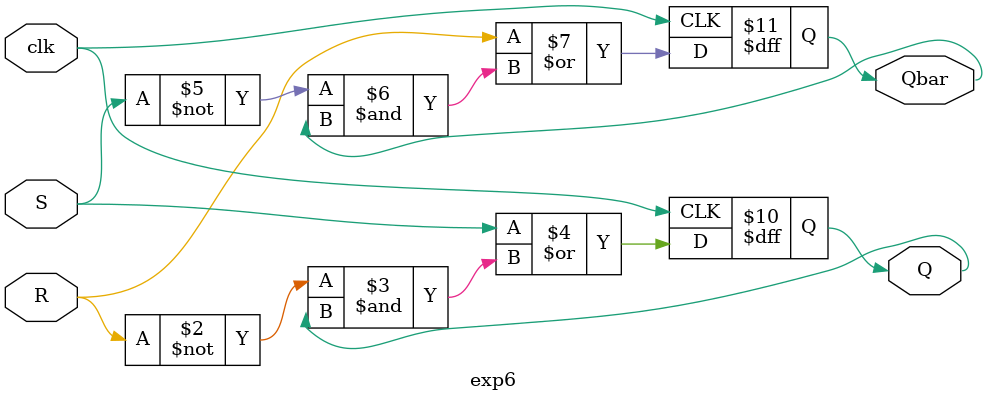
<source format=v>
module exp6(S,R,clk,Q,Qbar);
input S,R,clk;
output reg Q;
output reg Qbar;
initial Q=0;
initial Qbar=1;
always @(posedge clk)
begin
Q=S|((~R)&Q);
Qbar=R|((~S)&(Qbar));
end 
endmodule
</source>
